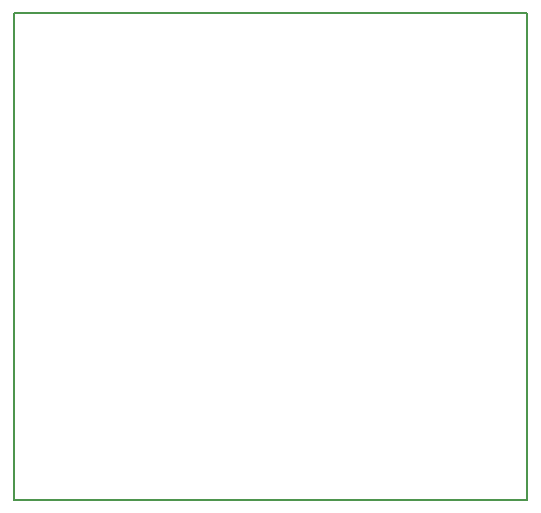
<source format=gm1>
G04 #@! TF.GenerationSoftware,KiCad,Pcbnew,5.1.10-88a1d61d58~88~ubuntu20.04.1*
G04 #@! TF.CreationDate,2021-05-09T22:10:24+02:00*
G04 #@! TF.ProjectId,SerialSwitcher,53657269-616c-4537-9769-74636865722e,rev?*
G04 #@! TF.SameCoordinates,Original*
G04 #@! TF.FileFunction,Profile,NP*
%FSLAX46Y46*%
G04 Gerber Fmt 4.6, Leading zero omitted, Abs format (unit mm)*
G04 Created by KiCad (PCBNEW 5.1.10-88a1d61d58~88~ubuntu20.04.1) date 2021-05-09 22:10:24*
%MOMM*%
%LPD*%
G01*
G04 APERTURE LIST*
G04 #@! TA.AperFunction,Profile*
%ADD10C,0.200000*%
G04 #@! TD*
G04 APERTURE END LIST*
D10*
X119600000Y-76200000D02*
X119600000Y-35000000D01*
X163000000Y-76200000D02*
X119600000Y-76200000D01*
X163000000Y-35000000D02*
X163000000Y-76200000D01*
X119600000Y-35000000D02*
X163000000Y-35000000D01*
M02*

</source>
